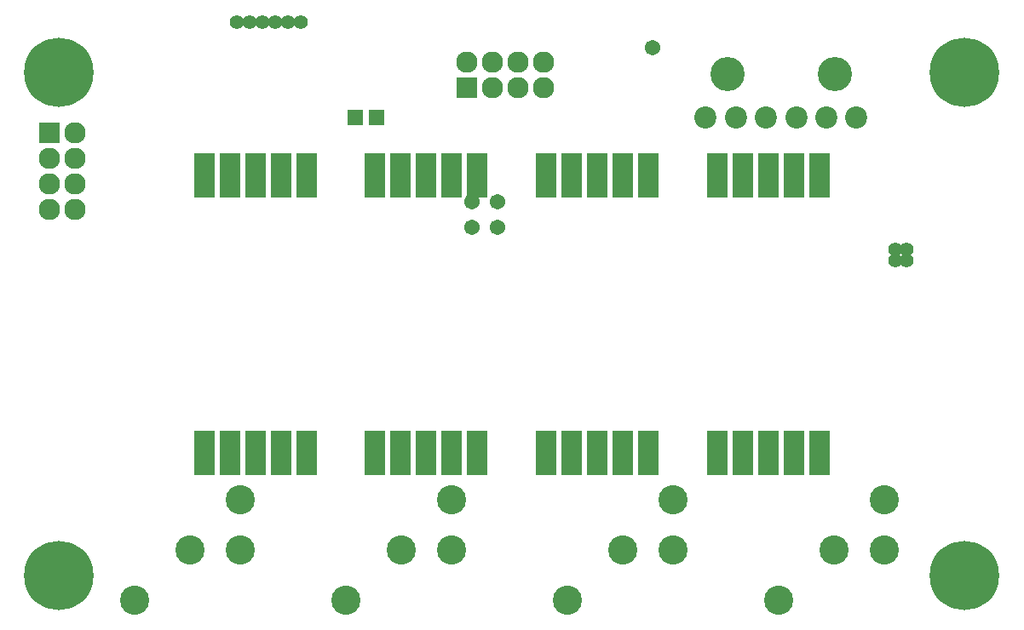
<source format=gbr>
G04 #@! TF.FileFunction,Soldermask,Bot*
%FSLAX46Y46*%
G04 Gerber Fmt 4.6, Leading zero omitted, Abs format (unit mm)*
G04 Created by KiCad (PCBNEW (2015-08-16 BZR 6096, Git c63f6aa)-product) date Sun 16 Aug 2015 06:36:37 PM PDT*
%MOMM*%
G01*
G04 APERTURE LIST*
%ADD10C,0.100000*%
%ADD11C,6.900000*%
%ADD12C,1.543000*%
%ADD13R,2.127200X2.127200*%
%ADD14O,2.127200X2.127200*%
%ADD15C,2.900000*%
%ADD16C,1.400000*%
%ADD17C,3.400000*%
%ADD18C,2.200000*%
%ADD19R,1.598880X1.598880*%
%ADD20R,2.100000X4.400000*%
G04 APERTURE END LIST*
D10*
D11*
X105000000Y-59000000D03*
X195000000Y-59000000D03*
X105000000Y-109000000D03*
X195000000Y-109000000D03*
D12*
X164000000Y-56500000D03*
X146034000Y-74398000D03*
X148574000Y-74398000D03*
X146034000Y-71858000D03*
X148574000Y-71858000D03*
D13*
X145500000Y-60500000D03*
D14*
X145500000Y-57960000D03*
X148040000Y-60500000D03*
X148040000Y-57960000D03*
X150580000Y-60500000D03*
X150580000Y-57960000D03*
X153120000Y-60500000D03*
X153120000Y-57960000D03*
D13*
X104000000Y-65000000D03*
D14*
X106540000Y-65000000D03*
X104000000Y-67540000D03*
X106540000Y-67540000D03*
X104000000Y-70080000D03*
X106540000Y-70080000D03*
X104000000Y-72620000D03*
X106540000Y-72620000D03*
D15*
X123000000Y-101500000D03*
X112500000Y-111500000D03*
X123000000Y-106500000D03*
X118000000Y-106500000D03*
X144000000Y-101500000D03*
X133500000Y-111500000D03*
X144000000Y-106500000D03*
X139000000Y-106500000D03*
X166000000Y-101500000D03*
X155500000Y-111500000D03*
X166000000Y-106500000D03*
X161000000Y-106500000D03*
X187000000Y-101500000D03*
X176500000Y-111500000D03*
X187000000Y-106500000D03*
X182000000Y-106500000D03*
D16*
X188075000Y-77675000D03*
X188075000Y-76575000D03*
X189175000Y-76575000D03*
X189175000Y-77675000D03*
D17*
X182100000Y-59180000D03*
D18*
X184250000Y-63500000D03*
X181250000Y-63500000D03*
X178250000Y-63500000D03*
X175250000Y-63500000D03*
X172250000Y-63500000D03*
X169250000Y-63500000D03*
D17*
X171400000Y-59180000D03*
D19*
X136549020Y-63500000D03*
X134450980Y-63500000D03*
D16*
X128975000Y-53981000D03*
X127705000Y-53981000D03*
X126435000Y-53981000D03*
X125165000Y-53981000D03*
X123895000Y-53981000D03*
X122625000Y-53981000D03*
D20*
X180580000Y-96800000D03*
X178040000Y-96800000D03*
X175500000Y-96800000D03*
X172960000Y-96800000D03*
X170420000Y-96800000D03*
X170420000Y-69200000D03*
X172960000Y-69200000D03*
X175500000Y-69200000D03*
X178040000Y-69200000D03*
X180580000Y-69200000D03*
X163580000Y-96800000D03*
X161040000Y-96800000D03*
X158500000Y-96800000D03*
X155960000Y-96800000D03*
X153420000Y-96800000D03*
X153420000Y-69200000D03*
X155960000Y-69200000D03*
X158500000Y-69200000D03*
X161040000Y-69200000D03*
X163580000Y-69200000D03*
X146580000Y-96800000D03*
X144040000Y-96800000D03*
X141500000Y-96800000D03*
X138960000Y-96800000D03*
X136420000Y-96800000D03*
X136420000Y-69200000D03*
X138960000Y-69200000D03*
X141500000Y-69200000D03*
X144040000Y-69200000D03*
X146580000Y-69200000D03*
X129580000Y-96800000D03*
X127040000Y-96800000D03*
X124500000Y-96800000D03*
X121960000Y-96800000D03*
X119420000Y-96800000D03*
X119420000Y-69200000D03*
X121960000Y-69200000D03*
X124500000Y-69200000D03*
X127040000Y-69200000D03*
X129580000Y-69200000D03*
M02*

</source>
